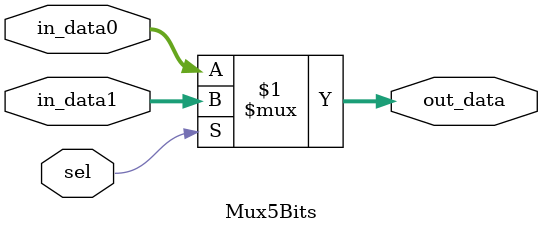
<source format=sv>
/*
 * Autor: Alejandro Bracamonte
 * Fecha: 01 de junio de 2024
 */

// Módulo Mux5Bits (Multiplexor de 5 bits)
// Selecciona entre dos conjuntos de datos de 5 bits basado en una señal de selección.
module Mux5Bits (
    input  logic [4:0] in_data0, // Primer conjunto de datos de entrada
    input  logic [4:0] in_data1, // Segundo conjunto de datos de entrada
    input  logic       sel,      // Señal de selección
    output logic [4:0] out_data  // Datos de salida
);

    assign out_data = (sel) ? in_data1 : in_data0;

endmodule

</source>
